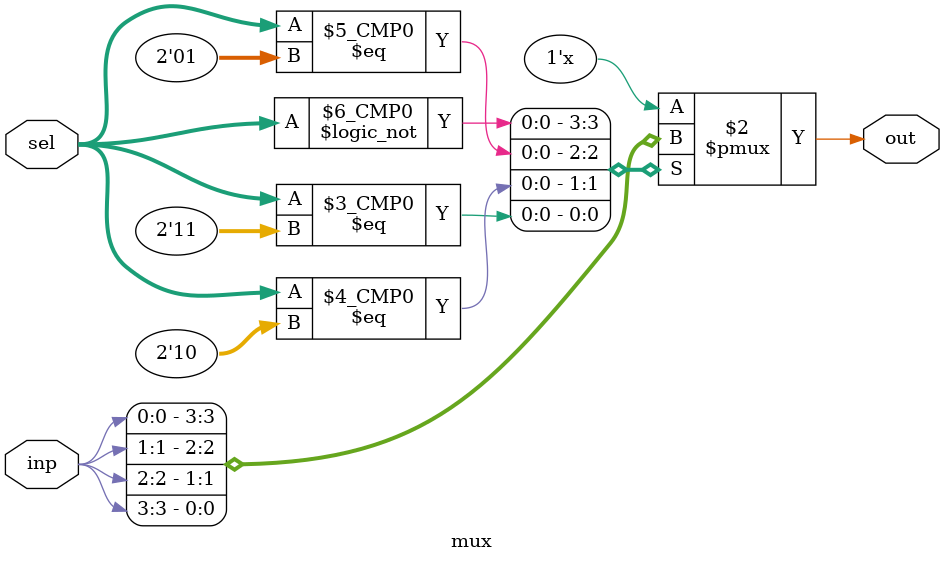
<source format=v>
module mux (inp, sel, out);

	input [3:0] inp;
	input [1:0] sel;
	output reg out;
	
	always@(inp,sel)
	begin
	
	case(sel)
		2'd0: out <= inp[0];
		2'd1: out <= inp[1];
		2'd2: out <= inp[2];
		2'd3: out <= inp[3];
		default: out <= 1'b0;
	endcase
	
	end

endmodule
</source>
